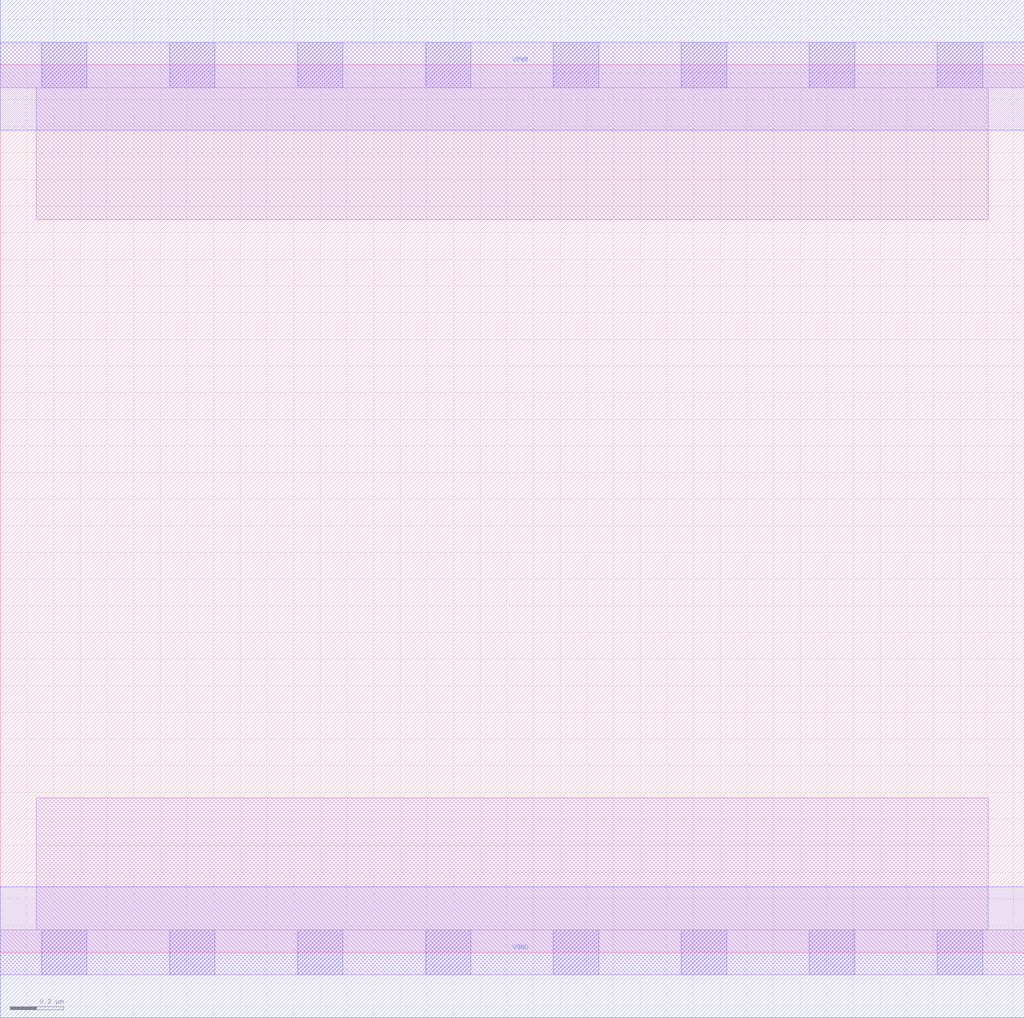
<source format=lef>
# Copyright 2020 The SkyWater PDK Authors
#
# Licensed under the Apache License, Version 2.0 (the "License");
# you may not use this file except in compliance with the License.
# You may obtain a copy of the License at
#
#     https://www.apache.org/licenses/LICENSE-2.0
#
# Unless required by applicable law or agreed to in writing, software
# distributed under the License is distributed on an "AS IS" BASIS,
# WITHOUT WARRANTIES OR CONDITIONS OF ANY KIND, either express or implied.
# See the License for the specific language governing permissions and
# limitations under the License.
#
# SPDX-License-Identifier: Apache-2.0

VERSION 5.7 ;
  NOWIREEXTENSIONATPIN ON ;
  DIVIDERCHAR "/" ;
  BUSBITCHARS "[]" ;
UNITS
  DATABASE MICRONS 200 ;
END UNITS
MACRO sky130_fd_sc_hs__fill_diode_8
  CLASS BLOCK ;
  FOREIGN sky130_fd_sc_hs__fill_diode_8 ;
  ORIGIN  0.000000  0.000000 ;
  SIZE  3.840000 BY  3.330000 ;
  PIN VGND
    USE GROUND ;
    PORT
      LAYER met1 ;
        RECT 0.000000 -0.245000 3.840000 0.245000 ;
    END
  END VGND
  PIN VPWR
    USE POWER ;
    PORT
      LAYER met1 ;
        RECT 0.000000 3.085000 3.840000 3.575000 ;
    END
  END VPWR
  OBS
    LAYER li1 ;
      RECT 0.000000 -0.085000 3.840000 0.085000 ;
      RECT 0.000000  3.245000 3.840000 3.415000 ;
      RECT 0.135000  0.085000 3.705000 0.580000 ;
      RECT 0.135000  2.750000 3.705000 3.245000 ;
    LAYER mcon ;
      RECT 0.155000 -0.085000 0.325000 0.085000 ;
      RECT 0.155000  3.245000 0.325000 3.415000 ;
      RECT 0.635000 -0.085000 0.805000 0.085000 ;
      RECT 0.635000  3.245000 0.805000 3.415000 ;
      RECT 1.115000 -0.085000 1.285000 0.085000 ;
      RECT 1.115000  3.245000 1.285000 3.415000 ;
      RECT 1.595000 -0.085000 1.765000 0.085000 ;
      RECT 1.595000  3.245000 1.765000 3.415000 ;
      RECT 2.075000 -0.085000 2.245000 0.085000 ;
      RECT 2.075000  3.245000 2.245000 3.415000 ;
      RECT 2.555000 -0.085000 2.725000 0.085000 ;
      RECT 2.555000  3.245000 2.725000 3.415000 ;
      RECT 3.035000 -0.085000 3.205000 0.085000 ;
      RECT 3.035000  3.245000 3.205000 3.415000 ;
      RECT 3.515000 -0.085000 3.685000 0.085000 ;
      RECT 3.515000  3.245000 3.685000 3.415000 ;
  END
END sky130_fd_sc_hs__fill_diode_8
END LIBRARY

</source>
